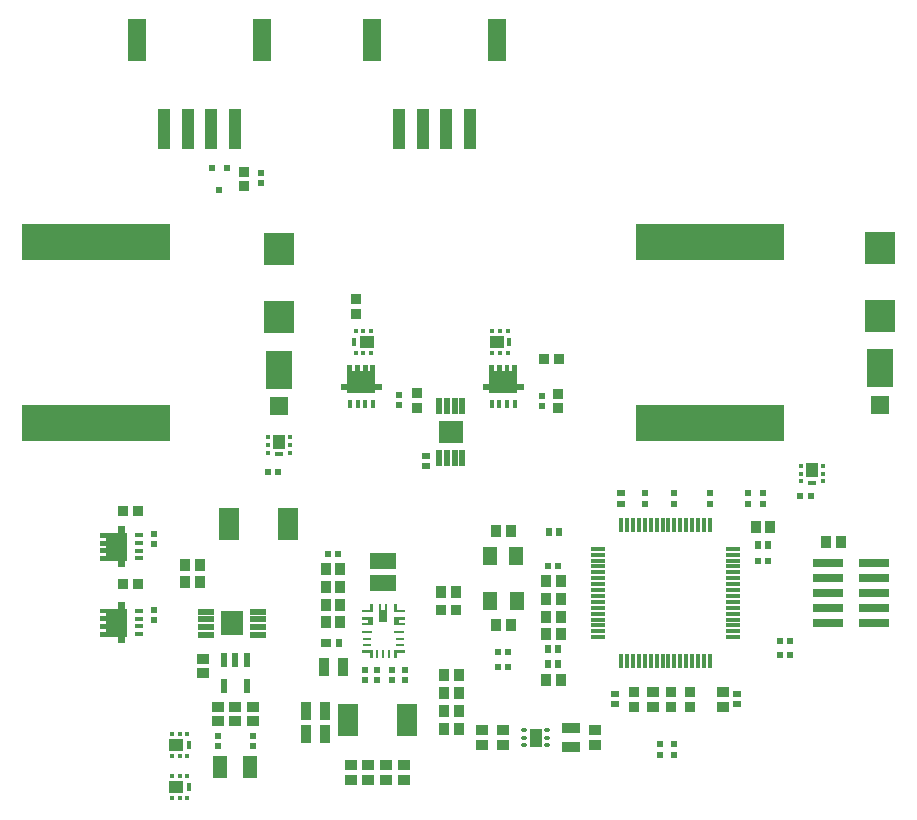
<source format=gbr>
%TF.GenerationSoftware,Altium Limited,Altium Designer,21.6.1 (37)*%
G04 Layer_Color=8421504*
%FSLAX45Y45*%
%MOMM*%
%TF.SameCoordinates,308497C2-864B-4A42-B135-7B231B7309CE*%
%TF.FilePolarity,Positive*%
%TF.FileFunction,Paste,Top*%
%TF.Part,Single*%
G01*
G75*
%TA.AperFunction,SMDPad,CuDef*%
%ADD10R,0.35000X0.66000*%
%ADD11R,0.35000X0.43000*%
%ADD12R,1.25000X1.10000*%
%ADD13R,0.66000X0.35000*%
%ADD14R,0.43000X0.35000*%
%ADD15R,1.10000X1.25000*%
%ADD16R,0.60000X0.55000*%
%ADD19R,1.00000X0.95000*%
%ADD20R,1.00000X3.40000*%
%ADD21R,1.50000X3.60000*%
G04:AMPARAMS|DCode=22|XSize=0.45mm|YSize=0.3mm|CornerRadius=0.06mm|HoleSize=0mm|Usage=FLASHONLY|Rotation=180.000|XOffset=0mm|YOffset=0mm|HoleType=Round|Shape=RoundedRectangle|*
%AMROUNDEDRECTD22*
21,1,0.45000,0.18000,0,0,180.0*
21,1,0.33000,0.30000,0,0,180.0*
1,1,0.12000,-0.16500,0.09000*
1,1,0.12000,0.16500,0.09000*
1,1,0.12000,0.16500,-0.09000*
1,1,0.12000,-0.16500,-0.09000*
%
%ADD22ROUNDEDRECTD22*%
G04:AMPARAMS|DCode=23|XSize=1mm|YSize=1.6mm|CornerRadius=0.06mm|HoleSize=0mm|Usage=FLASHONLY|Rotation=180.000|XOffset=0mm|YOffset=0mm|HoleType=Round|Shape=RoundedRectangle|*
%AMROUNDEDRECTD23*
21,1,1.00000,1.48000,0,0,180.0*
21,1,0.88000,1.60000,0,0,180.0*
1,1,0.12000,-0.44000,0.74000*
1,1,0.12000,0.44000,0.74000*
1,1,0.12000,0.44000,-0.74000*
1,1,0.12000,-0.44000,-0.74000*
%
%ADD23ROUNDEDRECTD23*%
%ADD24R,1.50000X0.90000*%
G04:AMPARAMS|DCode=25|XSize=0.45mm|YSize=1.4mm|CornerRadius=0.0495mm|HoleSize=0mm|Usage=FLASHONLY|Rotation=0.000|XOffset=0mm|YOffset=0mm|HoleType=Round|Shape=RoundedRectangle|*
%AMROUNDEDRECTD25*
21,1,0.45000,1.30100,0,0,0.0*
21,1,0.35100,1.40000,0,0,0.0*
1,1,0.09900,0.17550,-0.65050*
1,1,0.09900,-0.17550,-0.65050*
1,1,0.09900,-0.17550,0.65050*
1,1,0.09900,0.17550,0.65050*
%
%ADD25ROUNDEDRECTD25*%
%ADD27R,0.95000X1.00000*%
%ADD29R,0.42000X0.66000*%
%ADD30R,0.48000X0.48000*%
%ADD31R,12.50000X3.15000*%
%ADD32R,1.52000X1.60000*%
%ADD33R,2.20000X3.20000*%
%ADD35R,2.60000X2.77000*%
G04:AMPARAMS|DCode=36|XSize=0.45mm|YSize=1.4mm|CornerRadius=0.0495mm|HoleSize=0mm|Usage=FLASHONLY|Rotation=90.000|XOffset=0mm|YOffset=0mm|HoleType=Round|Shape=RoundedRectangle|*
%AMROUNDEDRECTD36*
21,1,0.45000,1.30100,0,0,90.0*
21,1,0.35100,1.40000,0,0,90.0*
1,1,0.09900,0.65050,0.17550*
1,1,0.09900,0.65050,-0.17550*
1,1,0.09900,-0.65050,-0.17550*
1,1,0.09900,-0.65050,0.17550*
%
%ADD36ROUNDEDRECTD36*%
%ADD38R,0.66000X0.42000*%
%ADD39R,0.48000X0.48000*%
%ADD40R,0.35000X0.66000*%
%ADD41R,1.25000X1.10000*%
%ADD42R,0.35000X0.43000*%
%ADD43R,0.25000X0.80000*%
%ADD44R,0.80000X0.25000*%
%ADD45R,0.92500X0.25000*%
%ADD46R,0.20000X0.22000*%
%TA.AperFunction,BGAPad,CuDef*%
%ADD47R,0.10000X0.10000*%
%TA.AperFunction,SMDPad,CuDef*%
%ADD48R,1.80000X2.80000*%
%ADD49R,2.30000X1.40000*%
%ADD52R,0.90000X1.50000*%
%ADD53R,0.30000X1.20000*%
%ADD54R,1.20000X0.30000*%
%ADD56R,1.30000X1.60000*%
%ADD57R,1.25000X1.85000*%
%ADD58R,0.60000X1.20000*%
%ADD59R,2.62000X0.80000*%
%ADD107R,0.57000X0.47000*%
%ADD108R,0.92400X0.87400*%
%TA.AperFunction,SMDPad,SMDef*%
G04:AMPARAMS|DCode=109|XSize=2mm|YSize=1.9mm|CornerRadius=0.05mm|HoleSize=0mm|Usage=FLASHONLY|Rotation=180.000|XOffset=0mm|YOffset=0mm|HoleType=Round|Shape=RoundedRectangle|*
%AMROUNDEDRECTD109*
21,1,2.00000,1.80000,0,0,180.0*
21,1,1.90000,1.90000,0,0,180.0*
1,1,0.10000,-0.95000,0.90000*
1,1,0.10000,0.95000,0.90000*
1,1,0.10000,0.95000,-0.90000*
1,1,0.10000,-0.95000,-0.90000*
%
%ADD109ROUNDEDRECTD109*%
%TA.AperFunction,SMDPad,CuDef*%
%ADD110R,0.87400X0.92400*%
%ADD111R,0.47000X0.57000*%
%ADD112R,0.71600X0.55100*%
%TA.AperFunction,SMDPad,SMDef*%
G04:AMPARAMS|DCode=113|XSize=2mm|YSize=1.9mm|CornerRadius=0.05mm|HoleSize=0mm|Usage=FLASHONLY|Rotation=270.000|XOffset=0mm|YOffset=0mm|HoleType=Round|Shape=RoundedRectangle|*
%AMROUNDEDRECTD113*
21,1,2.00000,1.80000,0,0,270.0*
21,1,1.90000,1.90000,0,0,270.0*
1,1,0.10000,-0.90000,-0.95000*
1,1,0.10000,-0.90000,0.95000*
1,1,0.10000,0.90000,0.95000*
1,1,0.10000,0.90000,-0.95000*
%
%ADD113ROUNDEDRECTD113*%
%TA.AperFunction,SMDPad,CuDef*%
%ADD114R,0.55000X0.70000*%
%ADD115R,0.95000X0.70000*%
%ADD116R,0.55100X0.71600*%
G36*
X3437864Y4247001D02*
X3492364D01*
Y4190001D01*
X3437864D01*
Y4172001D01*
X3200864D01*
Y4190001D01*
X3146364D01*
Y4247001D01*
X3200864D01*
Y4402001D01*
X3242864D01*
Y4355001D01*
X3265864D01*
Y4402001D01*
X3307864D01*
Y4355001D01*
X3330864D01*
Y4402001D01*
X3372864D01*
Y4355001D01*
X3395864D01*
Y4402001D01*
X3437864D01*
Y4247001D01*
D02*
G37*
G36*
X4637864Y4246500D02*
X4692364D01*
Y4189500D01*
X4637864D01*
Y4171500D01*
X4400864D01*
Y4189500D01*
X4346364D01*
Y4246500D01*
X4400864D01*
Y4401500D01*
X4442864D01*
Y4354500D01*
X4465864D01*
Y4401500D01*
X4507864D01*
Y4354500D01*
X4530864D01*
Y4401500D01*
X4572864D01*
Y4354500D01*
X4595864D01*
Y4401500D01*
X4637864D01*
Y4246500D01*
D02*
G37*
G36*
X1317864Y2983500D02*
X1335864D01*
Y2746500D01*
X1317864D01*
Y2692000D01*
X1260864D01*
Y2746500D01*
X1105864D01*
Y2788500D01*
X1152864D01*
Y2811500D01*
X1105864D01*
Y2853500D01*
X1152864D01*
Y2876500D01*
X1105864D01*
Y2918500D01*
X1152864D01*
Y2941500D01*
X1105864D01*
Y2983500D01*
X1260864D01*
Y3038000D01*
X1317864D01*
Y2983500D01*
D02*
G37*
G36*
X3539364Y2232500D02*
X3469364D01*
Y2382500D01*
X3489364D01*
Y2332500D01*
X3519364D01*
Y2382500D01*
X3539364D01*
Y2232500D01*
D02*
G37*
G36*
X3616864Y2335000D02*
X3684364D01*
Y2310000D01*
X3591864D01*
Y2382500D01*
X3616864D01*
Y2335000D01*
D02*
G37*
G36*
X3416864Y2310000D02*
X3324364D01*
Y2335000D01*
X3391864D01*
Y2382500D01*
X3416864D01*
Y2310000D01*
D02*
G37*
G36*
X3684364Y2250000D02*
X3634364D01*
Y2220000D01*
X3684364D01*
Y2200000D01*
X3591864D01*
Y2270000D01*
X3684364D01*
Y2250000D01*
D02*
G37*
G36*
X3416864Y2200000D02*
X3324364D01*
Y2220000D01*
X3374364D01*
Y2250000D01*
X3324364D01*
Y2270000D01*
X3416864D01*
Y2200000D01*
D02*
G37*
G36*
X1317864Y2343500D02*
X1335864D01*
Y2106500D01*
X1317864D01*
Y2052000D01*
X1260864D01*
Y2106500D01*
X1105864D01*
Y2148500D01*
X1152864D01*
Y2171500D01*
X1105864D01*
Y2213500D01*
X1152864D01*
Y2236500D01*
X1105864D01*
Y2278500D01*
X1152864D01*
Y2301500D01*
X1105864D01*
Y2343500D01*
X1260864D01*
Y2398000D01*
X1317864D01*
Y2343500D01*
D02*
G37*
G36*
X3684364Y1970001D02*
X3616864D01*
Y1922501D01*
X3591864D01*
Y1995001D01*
X3684364D01*
Y1970001D01*
D02*
G37*
G36*
X3416864Y1922500D02*
X3391864D01*
Y1970000D01*
X3324364D01*
Y1995000D01*
X3416864D01*
Y1922500D01*
D02*
G37*
D10*
X3256864Y4600000D02*
D03*
X4569364D02*
D03*
D11*
X3334364Y4693500D02*
D03*
X3269364D02*
D03*
X3399364D02*
D03*
X3334364Y4506500D02*
D03*
X3269364D02*
D03*
X3399364D02*
D03*
X4491865D02*
D03*
X4556864D02*
D03*
X4426864D02*
D03*
X4491865Y4693500D02*
D03*
X4556864D02*
D03*
X4426864D02*
D03*
D12*
X3362864Y4600000D02*
D03*
X4463364D02*
D03*
D13*
X7132364Y3407500D02*
D03*
X2619364Y3650000D02*
D03*
D14*
X7038865Y3485000D02*
D03*
Y3420000D02*
D03*
Y3550000D02*
D03*
X7225864Y3485000D02*
D03*
Y3420000D02*
D03*
Y3550000D02*
D03*
X2525864Y3727500D02*
D03*
Y3662500D02*
D03*
Y3792500D02*
D03*
X2712864Y3727500D02*
D03*
Y3662500D02*
D03*
Y3792500D02*
D03*
D15*
X7132364Y3513500D02*
D03*
X2619364Y3756000D02*
D03*
D16*
X2181969Y6072500D02*
D03*
X2051968D02*
D03*
X2116969Y5887500D02*
D03*
D19*
X5294364Y1312500D02*
D03*
Y1187500D02*
D03*
X4519364Y1312500D02*
D03*
Y1187500D02*
D03*
X4344364Y1312500D02*
D03*
Y1187500D02*
D03*
X3229364Y890001D02*
D03*
Y1015001D02*
D03*
X3379364Y890001D02*
D03*
Y1015001D02*
D03*
X3529364Y890001D02*
D03*
Y1015001D02*
D03*
X3679364Y890001D02*
D03*
Y1015001D02*
D03*
X6376864Y1512500D02*
D03*
Y1637500D02*
D03*
X5786864Y1512500D02*
D03*
Y1637500D02*
D03*
X2101864Y1387500D02*
D03*
Y1512500D02*
D03*
X2401864D02*
D03*
Y1387500D02*
D03*
X2251864Y1512500D02*
D03*
Y1387500D02*
D03*
X1976864Y1920000D02*
D03*
Y1795000D02*
D03*
D20*
X4239364Y6405000D02*
D03*
X4039364D02*
D03*
X3839364D02*
D03*
X3639364D02*
D03*
X2249364D02*
D03*
X2049364D02*
D03*
X1849364D02*
D03*
X1649364D02*
D03*
D21*
X4469364Y7155000D02*
D03*
X3409364D02*
D03*
X2479364D02*
D03*
X1419364D02*
D03*
D22*
X4891864Y1250000D02*
D03*
Y1315000D02*
D03*
X4696864D02*
D03*
Y1185000D02*
D03*
X4891864D02*
D03*
X4696864Y1250000D02*
D03*
D23*
X4794364D02*
D03*
D24*
X5094364Y1330000D02*
D03*
Y1170000D02*
D03*
D25*
X3979364Y3617500D02*
D03*
X4044364D02*
D03*
X4174364D02*
D03*
X4109364D02*
D03*
X3979364Y4057500D02*
D03*
X4044364D02*
D03*
X4109364D02*
D03*
X4174364D02*
D03*
D27*
X3994364Y2480000D02*
D03*
X4119364D02*
D03*
X4141864Y1777500D02*
D03*
X4016864D02*
D03*
X4141864Y1627500D02*
D03*
X4016864D02*
D03*
X4141864Y1477500D02*
D03*
X4016864D02*
D03*
X4141864Y1327500D02*
D03*
X4016864D02*
D03*
X1954364Y2565000D02*
D03*
X1829364D02*
D03*
X1954364Y2715000D02*
D03*
X1829364D02*
D03*
X3141864Y2677500D02*
D03*
X3016864D02*
D03*
X3141864Y2527500D02*
D03*
X3016864D02*
D03*
X3141864Y2227500D02*
D03*
X3016864D02*
D03*
X3141864Y2377500D02*
D03*
X3016864D02*
D03*
X4881865Y1740000D02*
D03*
X5006865D02*
D03*
X6781864Y3030000D02*
D03*
X6656864D02*
D03*
X4456865Y2200000D02*
D03*
X4581865D02*
D03*
X4881865Y2575000D02*
D03*
X5006865D02*
D03*
X4881865Y2125000D02*
D03*
X5006865D02*
D03*
X4881865Y2425000D02*
D03*
X5006865D02*
D03*
X4881865Y2275000D02*
D03*
X5006865D02*
D03*
X4581865Y3000000D02*
D03*
X4456865D02*
D03*
X7256864Y2910000D02*
D03*
X7381864D02*
D03*
D29*
X4421864Y4074500D02*
D03*
X4551864D02*
D03*
X4616864D02*
D03*
X4486864D02*
D03*
X3286864Y4075001D02*
D03*
X3416864D02*
D03*
X3351864D02*
D03*
X3221864D02*
D03*
D30*
X4519364Y4218000D02*
D03*
X3319364Y4218501D02*
D03*
D31*
X1069364Y5447500D02*
D03*
Y3912500D02*
D03*
X6269364Y5447500D02*
D03*
Y3912500D02*
D03*
D32*
X2619364Y4054000D02*
D03*
X7709364Y4064000D02*
D03*
D33*
X2619364Y4366000D02*
D03*
X7709364Y4376000D02*
D03*
D35*
X2619364Y4810000D02*
D03*
Y5390000D02*
D03*
X7709364Y4820000D02*
D03*
Y5400000D02*
D03*
D36*
X2446864Y2122500D02*
D03*
Y2187500D02*
D03*
Y2317500D02*
D03*
Y2252500D02*
D03*
X2006864Y2122500D02*
D03*
Y2187500D02*
D03*
Y2252500D02*
D03*
Y2317500D02*
D03*
D38*
X1432864Y2832500D02*
D03*
Y2962500D02*
D03*
Y2897500D02*
D03*
Y2767500D02*
D03*
Y2192500D02*
D03*
Y2322500D02*
D03*
Y2257500D02*
D03*
Y2127500D02*
D03*
D39*
X1289364Y2865000D02*
D03*
Y2225000D02*
D03*
D40*
X1856864Y833500D02*
D03*
Y1190000D02*
D03*
D41*
X1750864Y833500D02*
D03*
Y1190000D02*
D03*
D42*
X1844364Y927000D02*
D03*
Y740000D02*
D03*
X1779364Y927000D02*
D03*
X1714364D02*
D03*
Y740000D02*
D03*
X1779364D02*
D03*
Y1096500D02*
D03*
X1714364D02*
D03*
Y1283500D02*
D03*
X1779364D02*
D03*
X1844364Y1096500D02*
D03*
Y1283500D02*
D03*
D43*
X3504364Y1962501D02*
D03*
X3454364D02*
D03*
X3554364D02*
D03*
D44*
X3644364Y2082500D02*
D03*
X3364364D02*
D03*
Y2032500D02*
D03*
X3644364D02*
D03*
D45*
X3638114Y2147500D02*
D03*
X3370614D02*
D03*
D46*
X3340244Y1982007D02*
D03*
X3340284Y2322701D02*
D03*
X3668013Y2322880D02*
D03*
X3665843Y1982048D02*
D03*
D47*
X3333814Y2209502D02*
D03*
X3672557Y2209925D02*
D03*
X3529634Y2374541D02*
D03*
X3479021Y2374793D02*
D03*
X3672280Y2260440D02*
D03*
X3335497Y2259961D02*
D03*
D48*
X3704364Y1402501D02*
D03*
X3204364D02*
D03*
X2194364Y3055000D02*
D03*
X2694364D02*
D03*
D49*
X3504364Y2562500D02*
D03*
Y2742500D02*
D03*
D52*
X2999364Y1852500D02*
D03*
X3159364D02*
D03*
X2849364Y1477500D02*
D03*
X3009364D02*
D03*
X2849364Y1277500D02*
D03*
X3009364D02*
D03*
D53*
X5569364Y1900000D02*
D03*
X5619364D02*
D03*
X5669364D02*
D03*
X5719364D02*
D03*
X5769364D02*
D03*
X5819364D02*
D03*
X5869364D02*
D03*
X5919364D02*
D03*
X5969364D02*
D03*
X6019364D02*
D03*
X6069364D02*
D03*
X6119364D02*
D03*
X6169364D02*
D03*
X6219364D02*
D03*
X6269364D02*
D03*
X5519364D02*
D03*
X5569364Y3050000D02*
D03*
X5619364D02*
D03*
X5669364D02*
D03*
X5719364D02*
D03*
X5769364D02*
D03*
X5819364D02*
D03*
X5869364D02*
D03*
X5919364D02*
D03*
X5969364D02*
D03*
X6019364D02*
D03*
X6069364D02*
D03*
X6119364D02*
D03*
X6169364D02*
D03*
X6219364D02*
D03*
X6269364D02*
D03*
X5519364D02*
D03*
D54*
X5319364Y2850000D02*
D03*
X5319365Y2100000D02*
D03*
Y2150000D02*
D03*
Y2200000D02*
D03*
Y2250000D02*
D03*
Y2300000D02*
D03*
Y2350000D02*
D03*
Y2400000D02*
D03*
Y2450000D02*
D03*
Y2500000D02*
D03*
Y2550000D02*
D03*
Y2600000D02*
D03*
Y2650000D02*
D03*
Y2700000D02*
D03*
Y2750000D02*
D03*
Y2800000D02*
D03*
X6469365D02*
D03*
Y2750000D02*
D03*
Y2700000D02*
D03*
Y2650000D02*
D03*
Y2600000D02*
D03*
Y2550000D02*
D03*
Y2500000D02*
D03*
Y2450000D02*
D03*
Y2400000D02*
D03*
Y2350000D02*
D03*
Y2300000D02*
D03*
Y2250000D02*
D03*
Y2200000D02*
D03*
Y2150000D02*
D03*
Y2100000D02*
D03*
Y2850000D02*
D03*
D56*
X4404365Y2410000D02*
D03*
Y2790000D02*
D03*
X4634365Y2410000D02*
D03*
X4630864Y2790000D02*
D03*
D57*
X2124364Y1000000D02*
D03*
X2379364D02*
D03*
D58*
X2346864Y1690000D02*
D03*
X2156864D02*
D03*
Y1910000D02*
D03*
X2251864D02*
D03*
X2346864D02*
D03*
D59*
X7656576Y2221000D02*
D03*
Y2348000D02*
D03*
Y2475000D02*
D03*
Y2602000D02*
D03*
Y2729000D02*
D03*
X7268576Y2221000D02*
D03*
Y2348000D02*
D03*
Y2475000D02*
D03*
Y2602000D02*
D03*
Y2729000D02*
D03*
D107*
X2466968Y6032500D02*
D03*
Y5947500D02*
D03*
X4849364Y4142500D02*
D03*
Y4057500D02*
D03*
X3639364Y4150000D02*
D03*
Y4065000D02*
D03*
X1561864Y2972500D02*
D03*
Y2887500D02*
D03*
Y2327501D02*
D03*
Y2242500D02*
D03*
X3349364Y1735001D02*
D03*
Y1820001D02*
D03*
X3454364Y1735001D02*
D03*
Y1820001D02*
D03*
X3579364Y1735001D02*
D03*
Y1820001D02*
D03*
X3684364Y1735001D02*
D03*
Y1820001D02*
D03*
X5969364Y1107500D02*
D03*
Y1192500D02*
D03*
X6719364Y3232500D02*
D03*
Y3317500D02*
D03*
X5844364Y1192500D02*
D03*
Y1107500D02*
D03*
X6594364Y3317500D02*
D03*
Y3232500D02*
D03*
X6269364Y3232500D02*
D03*
Y3317500D02*
D03*
X5969364Y3232500D02*
D03*
Y3317500D02*
D03*
X5719364Y3232500D02*
D03*
Y3317500D02*
D03*
X2401864Y1182500D02*
D03*
Y1267500D02*
D03*
X2101864Y1182500D02*
D03*
Y1267500D02*
D03*
D108*
X2326968Y5917500D02*
D03*
Y6042500D02*
D03*
X3269364Y4837500D02*
D03*
Y4962500D02*
D03*
X4984364Y4037500D02*
D03*
Y4162500D02*
D03*
X3789364Y4167500D02*
D03*
Y4042500D02*
D03*
X5944364Y1637500D02*
D03*
Y1512500D02*
D03*
X6101864D02*
D03*
Y1637500D02*
D03*
X5626865Y1637500D02*
D03*
Y1512500D02*
D03*
D109*
X4076864Y3837500D02*
D03*
D110*
X4989364Y4455000D02*
D03*
X4864364D02*
D03*
X1301864Y3165000D02*
D03*
X1426864D02*
D03*
Y2555000D02*
D03*
X1301864D02*
D03*
X4116864Y2327501D02*
D03*
X3991864D02*
D03*
D111*
X2526864Y3500000D02*
D03*
X2611864D02*
D03*
X7121864Y3300000D02*
D03*
X7036864D02*
D03*
X3036864Y2802501D02*
D03*
X3121864D02*
D03*
X6944364Y2070000D02*
D03*
X6859364D02*
D03*
Y1950000D02*
D03*
X6944364D02*
D03*
X4561864Y1975000D02*
D03*
X4476864D02*
D03*
X6676864Y2750000D02*
D03*
X6761865D02*
D03*
X4986865Y2700000D02*
D03*
X4901865D02*
D03*
X4561864Y1850000D02*
D03*
X4476864D02*
D03*
D112*
X3866864Y3638250D02*
D03*
Y3551750D02*
D03*
X6499364Y1536750D02*
D03*
Y1623250D02*
D03*
X5469364Y1531750D02*
D03*
Y1618250D02*
D03*
X5519364Y3318250D02*
D03*
Y3231750D02*
D03*
D113*
X2226864Y2220000D02*
D03*
D114*
X3126864Y2050000D02*
D03*
D115*
X3021864D02*
D03*
D116*
X4992614Y2990000D02*
D03*
X4906114D02*
D03*
X6762615Y2880000D02*
D03*
X6676114D02*
D03*
X4901115Y1870000D02*
D03*
X4987615D02*
D03*
X4901115Y2000000D02*
D03*
X4987615D02*
D03*
%TF.MD5,320e66348543433775b88ee646990147*%
M02*

</source>
